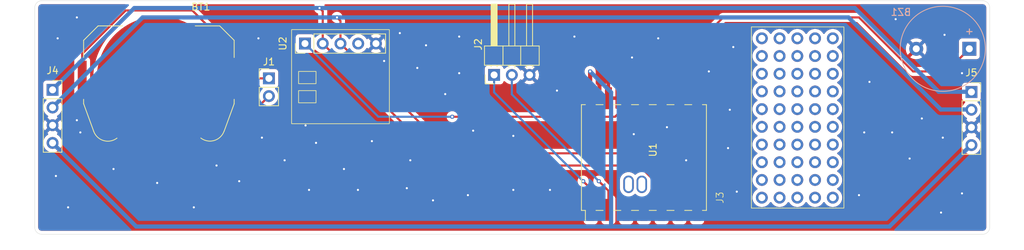
<source format=kicad_pcb>
(kicad_pcb (version 20241229) (generator "pcbnew") (generator_version "9.0")
  (layers (0 "F.Cu" signal) (2 "B.Cu" signal) (13 "F.Paste" user) (15 "B.Paste" user) (5 "F.SilkS" user "F.Silkscreen") (7 "B.SilkS" user "B.Silkscreen") (1 "F.Mask" user) (3 "B.Mask" user) (25 "Edge.Cuts" user))
  (net 0 "")
  (net 1 "unconnected-(BT1-+-Pad1)")
  (net 2 "unconnected-(BT1---Pad2)")
  (net 3 "Net-(BZ1-+)")
  (net 4 "GND")
  (net 5 "Net-(J2-Pin_2)")
  (net 6 "Net-(J2-Pin_1)")
  (net 13 "Net-(U1-VCC_3V3)")
  (net 18 "Net-(J4-Pin_2)")
  (net 19 "VUSB")
  (net 20 "Net-(J4-Pin_1)")
  (footprint "xiao_esp32c3:xiao_esp32c3" (layer "F.Cu") (at 169 112.2725 90)
    (property "Reference" "U1" (at 0 -0.5 90) (layer "F.SilkS"))
    (property "Value" "XIAO ESP32C3")
    (fp_line (start 6.5 -10.75) (end 6.5 -10.18) (stroke (width 0.12)) (layer "F.SilkS"))
    (fp_line (start -8.675 -10.75) (end 6.5 -10.75) (stroke (width 0.12)) (layer "F.SilkS"))
    (fp_line (start -8.675 -10.75) (end -8.675 -10.18) (stroke (width 0.12)) (layer "F.SilkS"))
    (fp_line (start -10.115 -10.18) (end -8.675 -10.18) (stroke (width 0.12)) (layer "F.SilkS"))
    (fp_line (start 6.5 -8.66) (end 6.5 -7.64) (stroke (width 0.12)) (layer "F.SilkS"))
    (fp_line (start -8.675 -8.66) (end -8.675 -7.64) (stroke (width 0.12)) (layer "F.SilkS"))
    (fp_line (start 6.5 -6.12) (end 6.5 -5.1) (stroke (width 0.12)) (layer "F.SilkS"))
    (fp_line (start -8.675 -6.12) (end -8.675 -5.1) (stroke (width 0.12)) (layer "F.SilkS"))
    (fp_line (start 6.5 -3.58) (end 6.5 -2.56) (stroke (width 0.12)) (layer "F.SilkS"))
    (fp_line (start -8.675 -3.58) (end -8.675 -2.56) (stroke (width 0.12)) (layer "F.SilkS"))
    (fp_line (start 6.5 -1.04) (end 6.5 -0.02) (stroke (width 0.12)) (layer "F.SilkS"))
    (fp_line (start -8.675 -1.04) (end -8.675 -0.02) (stroke (width 0.12)) (layer "F.SilkS"))
    (fp_line (start 6.5 1.5) (end 6.5 2.52) (stroke (width 0.12)) (layer "F.SilkS"))
    (fp_line (start -8.675 1.5) (end -8.675 2.52) (stroke (width 0.12)) (layer "F.SilkS"))
    (fp_line (start 6.5 4.04) (end 6.5 5.06) (stroke (width 0.12)) (layer "F.SilkS"))
    (fp_line (start -8.675 4.04) (end -8.675 5.06) (stroke (width 0.12)) (layer "F.SilkS"))
    (fp_line (start 6.5 6.58) (end 6.5 7.15) (stroke (width 0.12)) (layer "F.SilkS"))
    (fp_line (start -8.675 6.58) (end -8.675 7.15) (stroke (width 0.12)) (layer "F.SilkS"))
    (fp_line (start -8.675 7.15) (end 6.5 7.15) (stroke (width 0.12)) (layer "F.SilkS"))
    (pad "1" smd rect (at -8.6 -9.42 90) (size 3.15 1) (layers "F.Cu" "F.Mask" "F.Paste") (net 6 "Net-(J2-Pin_1)"))
    (pad "2" smd rect (at -8.6 -6.88 90) (size 3.15 1) (layers "F.Cu" "F.Mask" "F.Paste") (net 5 "Net-(J2-Pin_2)"))
    (pad "3" smd rect (at -8.6 -4.34 90) (size 3.15 1) (layers "F.Cu" "F.Mask" "F.Paste"))
    (pad "4" smd rect (at -8.6 -1.8 90) (size 3.15 1) (layers "F.Cu" "F.Mask" "F.Paste"))
    (pad "5" smd rect (at -8.6 0.74 90) (size 3.15 1) (layers "F.Cu" "F.Mask" "F.Paste") (net 20 "Net-(J4-Pin_1)"))
    (pad "6" smd rect (at -8.6 3.28 90) (size 3.15 1) (layers "F.Cu" "F.Mask" "F.Paste") (net 18 "Net-(J4-Pin_2)"))
    (pad "7" smd rect (at -8.6 5.82 90) (size 3.15 1) (layers "F.Cu" "F.Mask" "F.Paste"))
    (pad "8" smd rect (at 7.425 5.82 90) (size 3.15 1) (layers "F.Cu" "F.Mask" "F.Paste"))
    (pad "9" smd rect (at 7.425 3.28 90) (size 3.15 1) (layers "F.Cu" "F.Mask" "F.Paste"))
    (pad "10" smd rect (at 7.425 0.74 90) (size 3.15 1) (layers "F.Cu" "F.Mask" "F.Paste"))
    (pad "11" smd rect (at 7.425 -1.8 90) (size 3.15 1) (layers "F.Cu" "F.Mask" "F.Paste") (net 3 "Net-(BZ1-+)"))
    (pad "12" smd rect (at 7.425 -4.34 90) (size 3.15 1) (layers "F.Cu" "F.Mask" "F.Paste") (net 13 "Net-(U1-VCC_3V3)"))
    (pad "13" smd rect (at 7.425 -6.88 90) (size 3.15 1) (layers "F.Cu" "F.Mask" "F.Paste") (net 4 "GND"))
    (pad "14" smd rect (at 7.425 -9.42 90) (size 3.15 1) (layers "F.Cu" "F.Mask" "F.Paste") (net 19 "VUSB"))
    (pad "B+" thru_hole oval (at -4.94 -2.1 90) (size 2.5 1.5) (drill oval 2 1) (layers "*.Cu" "*.Mask"))
    (pad "B-" thru_hole oval (at -4.929 -4 90) (size 2.5 1.5) (drill oval 2 1) (layers "*.Cu" "*.Mask"))
  )
  (footprint "Connector_PinHeader_2.54mm:PinHeader_1x05_P2.54mm_Vertical" (layer "F.Cu") (at 118.67 97.01 90)
    (property "Reference" "U2" (at 0 -3.17 90) (layer "F.SilkS"))
    (property "Value" "~")
    (fp_line (start -1.38 -1.38) (end 0 -1.38) (stroke (width 0.12)) (layer "F.SilkS"))
    (fp_line (start -1.38 0) (end -1.38 -1.38) (stroke (width 0.12)) (layer "F.SilkS"))
    (fp_line (start 1.38 1.27) (end 1.38 11.54) (stroke (width 0.12)) (layer "F.SilkS"))
    (fp_line (start -1.38 1.27) (end 1.38 1.27) (stroke (width 0.12)) (layer "F.SilkS"))
    (fp_line (start -1.38 1.27) (end -1.38 11.54) (stroke (width 0.12)) (layer "F.SilkS"))
    (fp_line (start -1.38 11.54) (end 1.38 11.54) (stroke (width 0.12)) (layer "F.SilkS"))
    (pad "1" thru_hole rect (at 0 0 90) (size 1.7 1.7) (drill 1) (layers "*.Cu" "*.Mask") (net 13 "Net-(U1-VCC_3V3)"))
    (pad "2" thru_hole circle (at 0 2.54 90) (size 1.7 1.7) (drill 1) (layers "*.Cu" "*.Mask") (net 20 "Net-(J4-Pin_1)"))
    (pad "3" thru_hole circle (at 0 5.08 90) (size 1.7 1.7) (drill 1) (layers "*.Cu" "*.Mask") (net 18 "Net-(J4-Pin_2)"))
    (pad "4" thru_hole circle (at 0 7.62 90) (size 1.7 1.7) (drill 1) (layers "*.Cu" "*.Mask"))
    (pad "5" thru_hole circle (at 0 10.16 90) (size 1.7 1.7) (drill 1) (layers "*.Cu" "*.Mask") (net 4 "GND"))
  )
  (footprint "Connector_PinSocket_2.54mm:PinSocket_1x04_P2.54mm_Vertical" (layer "F.Cu") (at 214.1 103.96)
    (property "Reference" "J5" (at 0 -2.77 0) (layer "F.SilkS"))
    (property "Value" "Conn_01x04_Socket")
    (fp_line (start -1.33 1.27) (end -1.33 8.95) (stroke (width 0.12)) (layer "F.SilkS"))
    (fp_line (start -1.33 1.27) (end 1.33 1.27) (stroke (width 0.12)) (layer "F.SilkS"))
    (fp_line (start -1.33 8.95) (end 1.33 8.95) (stroke (width 0.12)) (layer "F.SilkS"))
    (fp_line (start 0 -1.33) (end 1.33 -1.33) (stroke (width 0.12)) (layer "F.SilkS"))
    (fp_line (start 1.33 -1.33) (end 1.33 0) (stroke (width 0.12)) (layer "F.SilkS"))
    (fp_line (start 1.33 1.27) (end 1.33 8.95) (stroke (width 0.12)) (layer "F.SilkS"))
    (pad "1" thru_hole rect (at 0 0) (size 1.7 1.7) (drill 1) (layers "*.Cu" "*.Mask") (net 20 "Net-(J4-Pin_1)"))
    (pad "2" thru_hole circle (at 0 2.54) (size 1.7 1.7) (drill 1) (layers "*.Cu" "*.Mask") (net 18 "Net-(J4-Pin_2)"))
    (pad "3" thru_hole circle (at 0 5.08) (size 1.7 1.7) (drill 1) (layers "*.Cu" "*.Mask") (net 4 "GND"))
    (pad "4" thru_hole circle (at 0 7.62) (size 1.7 1.7) (drill 1) (layers "*.Cu" "*.Mask") (net 19 "VUSB"))
  )
  (footprint "custom:PinMatrix05x10P2.54" (layer "F.Cu") (at 184.09 119.12 90)
    (property "Reference" "J3" (at 0 -6 90) (layer "F.SilkS") (effects (font (thickness 0.1))))
    (property "Value" "Conn_01x01_Socket")
    (fp_rect (start -1.5 -1.5) (end 24.5 11.75) (stroke (width 0.1)) (fill no) (layer "F.SilkS"))
    (pad "1" thru_hole circle (at 0 0 90) (size 1.7 1.7) (drill 1) (layers "*.Cu" "*.Mask"))
    (pad "2" thru_hole circle (at 2.54 0 90) (size 1.7 1.7) (drill 1) (layers "*.Cu" "*.Mask"))
    (pad "3" thru_hole circle (at 5.08 0 90) (size 1.7 1.7) (drill 1) (layers "*.Cu" "*.Mask"))
    (pad "4" thru_hole circle (at 7.62 0 90) (size 1.7 1.7) (drill 1) (layers "*.Cu" "*.Mask"))
    (pad "5" thru_hole circle (at 10.16 0 90) (size 1.7 1.7) (drill 1) (layers "*.Cu" "*.Mask"))
    (pad "6" thru_hole circle (at 12.7 0 90) (size 1.7 1.7) (drill 1) (layers "*.Cu" "*.Mask"))
    (pad "7" thru_hole circle (at 15.24 0 90) (size 1.7 1.7) (drill 1) (layers "*.Cu" "*.Mask"))
    (pad "8" thru_hole circle (at 17.78 0 90) (size 1.7 1.7) (drill 1) (layers "*.Cu" "*.Mask"))
    (pad "9" thru_hole circle (at 20.32 0 90) (size 1.7 1.7) (drill 1) (layers "*.Cu" "*.Mask"))
    (pad "10" thru_hole circle (at 22.86 0 90) (size 1.7 1.7) (drill 1) (layers "*.Cu" "*.Mask"))
    (pad "11" thru_hole circle (at 0 2.54 90) (size 1.7 1.7) (drill 1) (layers "*.Cu" "*.Mask"))
    (pad "12" thru_hole circle (at 2.54 2.54 90) (size 1.7 1.7) (drill 1) (layers "*.Cu" "*.Mask"))
    (pad "13" thru_hole circle (at 5.08 2.54 90) (size 1.7 1.7) (drill 1) (layers "*.Cu" "*.Mask"))
    (pad "14" thru_hole circle (at 7.62 2.54 90) (size 1.7 1.7) (drill 1) (layers "*.Cu" "*.Mask"))
    (pad "15" thru_hole circle (at 10.16 2.54 90) (size 1.7 1.7) (drill 1) (layers "*.Cu" "*.Mask"))
    (pad "16" thru_hole circle (at 12.7 2.54 90) (size 1.7 1.7) (drill 1) (layers "*.Cu" "*.Mask"))
    (pad "17" thru_hole circle (at 15.24 2.54 90) (size 1.7 1.7) (drill 1) (layers "*.Cu" "*.Mask"))
    (pad "18" thru_hole circle (at 17.78 2.54 90) (size 1.7 1.7) (drill 1) (layers "*.Cu" "*.Mask"))
    (pad "19" thru_hole circle (at 20.32 2.54 90) (size 1.7 1.7) (drill 1) (layers "*.Cu" "*.Mask"))
    (pad "20" thru_hole circle (at 22.86 2.54 90) (size 1.7 1.7) (drill 1) (layers "*.Cu" "*.Mask"))
    (pad "21" thru_hole circle (at 0 5.08 90) (size 1.7 1.7) (drill 1) (layers "*.Cu" "*.Mask"))
    (pad "22" thru_hole circle (at 2.54 5.08 90) (size 1.7 1.7) (drill 1) (layers "*.Cu" "*.Mask"))
    (pad "23" thru_hole circle (at 5.08 5.08 90) (size 1.7 1.7) (drill 1) (layers "*.Cu" "*.Mask"))
    (pad "24" thru_hole circle (at 7.62 5.08 90) (size 1.7 1.7) (drill 1) (layers "*.Cu" "*.Mask"))
    (pad "25" thru_hole circle (at 10.16 5.08 90) (size 1.7 1.7) (drill 1) (layers "*.Cu" "*.Mask"))
    (pad "26" thru_hole circle (at 12.7 5.08 90) (size 1.7 1.7) (drill 1) (layers "*.Cu" "*.Mask"))
    (pad "27" thru_hole circle (at 15.24 5.08 90) (size 1.7 1.7) (drill 1) (layers "*.Cu" "*.Mask"))
    (pad "28" thru_hole circle (at 17.78 5.08 90) (size 1.7 1.7) (drill 1) (layers "*.Cu" "*.Mask"))
    (pad "29" thru_hole circle (at 20.32 5.08 90) (size 1.7 1.7) (drill 1) (layers "*.Cu" "*.Mask"))
    (pad "30" thru_hole circle (at 22.86 5.08 90) (size 1.7 1.7) (drill 1) (layers "*.Cu" "*.Mask"))
    (pad "31" thru_hole circle (at 0 7.62 90) (size 1.7 1.7) (drill 1) (layers "*.Cu" "*.Mask"))
    (pad "32" thru_hole circle (at 2.54 7.62 90) (size 1.7 1.7) (drill 1) (layers "*.Cu" "*.Mask"))
    (pad "33" thru_hole circle (at 5.08 7.62 90) (size 1.7 1.7) (drill 1) (layers "*.Cu" "*.Mask"))
    (pad "34" thru_hole circle (at 7.62 7.62 90) (size 1.7 1.7) (drill 1) (layers "*.Cu" "*.Mask"))
    (pad "35" thru_hole circle (at 10.16 7.62 90) (size 1.7 1.7) (drill 1) (layers "*.Cu" "*.Mask"))
    (pad "36" thru_hole circle (at 12.7 7.62 90) (size 1.7 1.7) (drill 1) (layers "*.Cu" "*.Mask"))
    (pad "37" thru_hole circle (at 15.24 7.62 90) (size 1.7 1.7) (drill 1) (layers "*.Cu" "*.Mask"))
    (pad "38" thru_hole circle (at 17.78 7.62 90) (size 1.7 1.7) (drill 1) (layers "*.Cu" "*.Mask"))
    (pad "39" thru_hole circle (at 20.32 7.62 90) (size 1.7 1.7) (drill 1) (layers "*.Cu" "*.Mask"))
    (pad "40" thru_hole circle (at 22.86 7.62 90) (size 1.7 1.7) (drill 1) (layers "*.Cu" "*.Mask"))
    (pad "41" thru_hole circle (at 0 10.16 90) (size 1.7 1.7) (drill 1) (layers "*.Cu" "*.Mask"))
    (pad "42" thru_hole circle (at 2.54 10.16 90) (size 1.7 1.7) (drill 1) (layers "*.Cu" "*.Mask"))
    (pad "43" thru_hole circle (at 5.08 10.16 90) (size 1.7 1.7) (drill 1) (layers "*.Cu" "*.Mask"))
    (pad "44" thru_hole circle (at 7.62 10.16 90) (size 1.7 1.7) (drill 1) (layers "*.Cu" "*.Mask"))
    (pad "45" thru_hole circle (at 10.16 10.16 90) (size 1.7 1.7) (drill 1) (layers "*.Cu" "*.Mask"))
    (pad "46" thru_hole circle (at 12.7 10.16 90) (size 1.7 1.7) (drill 1) (layers "*.Cu" "*.Mask"))
    (pad "47" thru_hole circle (at 15.24 10.16 90) (size 1.7 1.7) (drill 1) (layers "*.Cu" "*.Mask"))
    (pad "48" thru_hole circle (at 17.78 10.16 90) (size 1.7 1.7) (drill 1) (layers "*.Cu" "*.Mask"))
    (pad "49" thru_hole circle (at 20.32 10.16 90) (size 1.7 1.7) (drill 1) (layers "*.Cu" "*.Mask"))
    (pad "50" thru_hole circle (at 22.86 10.16 90) (size 1.7 1.7) (drill 1) (layers "*.Cu" "*.Mask"))
  )
  (footprint "Connector_PinSocket_2.54mm:PinSocket_1x04_P2.54mm_Vertical" (layer "F.Cu") (at 82.525 103.65)
    (property "Reference" "J4" (at 0 -2.77 0) (layer "F.SilkS"))
    (property "Value" "Conn_01x04_Socket")
    (fp_line (start -1.33 1.27) (end -1.33 8.95) (stroke (width 0.12)) (layer "F.SilkS"))
    (fp_line (start -1.33 1.27) (end 1.33 1.27) (stroke (width 0.12)) (layer "F.SilkS"))
    (fp_line (start -1.33 8.95) (end 1.33 8.95) (stroke (width 0.12)) (layer "F.SilkS"))
    (fp_line (start 0 -1.33) (end 1.33 -1.33) (stroke (width 0.12)) (layer "F.SilkS"))
    (fp_line (start 1.33 -1.33) (end 1.33 0) (stroke (width 0.12)) (layer "F.SilkS"))
    (fp_line (start 1.33 1.27) (end 1.33 8.95) (stroke (width 0.12)) (layer "F.SilkS"))
    (pad "1" thru_hole rect (at 0 0) (size 1.7 1.7) (drill 1) (layers "*.Cu" "*.Mask") (net 20 "Net-(J4-Pin_1)"))
    (pad "2" thru_hole circle (at 0 2.54) (size 1.7 1.7) (drill 1) (layers "*.Cu" "*.Mask") (net 18 "Net-(J4-Pin_2)"))
    (pad "3" thru_hole circle (at 0 5.08) (size 1.7 1.7) (drill 1) (layers "*.Cu" "*.Mask") (net 4 "GND"))
    (pad "4" thru_hole circle (at 0 7.62) (size 1.7 1.7) (drill 1) (layers "*.Cu" "*.Mask") (net 19 "VUSB"))
  )
  (footprint "Connector_PinHeader_2.54mm:PinHeader_1x02_P2.54mm_Vertical" (layer "F.Cu") (at 113.5 102.01)
    (property "Reference" "J1" (at 0 -2.38 0) (layer "F.SilkS"))
    (property "Value" "Conn_01x02_Socket")
    (fp_line (start -1.38 -1.38) (end 0 -1.38) (stroke (width 0.12)) (layer "F.SilkS"))
    (fp_line (start -1.38 0) (end -1.38 -1.38) (stroke (width 0.12)) (layer "F.SilkS"))
    (fp_line (start -1.38 1.27) (end -1.38 3.92) (stroke (width 0.12)) (layer "F.SilkS"))
    (fp_line (start -1.38 1.27) (end 1.38 1.27) (stroke (width 0.12)) (layer "F.SilkS"))
    (fp_line (start -1.38 3.92) (end 1.38 3.92) (stroke (width 0.12)) (layer "F.SilkS"))
    (fp_line (start 1.38 1.27) (end 1.38 3.92) (stroke (width 0.12)) (layer "F.SilkS"))
    (pad "1" thru_hole rect (at 0 0) (size 1.7 1.7) (drill 1) (layers "*.Cu" "*.Mask") (net 1 "unconnected-(BT1-+-Pad1)"))
    (pad "2" thru_hole circle (at 0 2.54) (size 1.7 1.7) (drill 1) (layers "*.Cu" "*.Mask") (net 2 "unconnected-(BT1---Pad2)"))
  )
  (footprint "Battery:BatteryHolder_Keystone_3034_1x20mm" (layer "F.Cu") (at 97.75 102.01)
    (property "Reference" "BT1" (at 6 -10.25 0) (layer "F.SilkS"))
    (property "Value" "Battery_Cell")
    (fp_line (start -10.78 -5.46) (end -10.78 -3) (stroke (width 0.12)) (layer "F.SilkS"))
    (fp_line (start -10.78 3) (end -10.78 3.63) (stroke (width 0.12)) (layer "F.SilkS"))
    (fp_line (start -10.78 3.63) (end -9.34 7.58) (stroke (width 0.12)) (layer "F.SilkS"))
    (fp_line (start -8.7 -7.54) (end -10.78 -5.46) (stroke (width 0.12)) (layer "F.SilkS"))
    (fp_line (start -5.2 -7.54) (end -8.7 -7.54) (stroke (width 0.12)) (layer "F.SilkS"))
    (fp_line (start 8.7 -7.54) (end 5.2 -7.54) (stroke (width 0.12)) (layer "F.SilkS"))
    (fp_line (start 8.7 -7.54) (end 10.78 -5.46) (stroke (width 0.12)) (layer "F.SilkS"))
    (fp_line (start 10.78 -5.46) (end 10.78 -3) (stroke (width 0.12)) (layer "F.SilkS"))
    (fp_line (start 10.78 3) (end 10.78 3.63) (stroke (width 0.12)) (layer "F.SilkS"))
    (fp_line (start 10.78 3.63) (end 9.34 7.58) (stroke (width 0.12)) (layer "F.SilkS"))
    (fp_arc (start -6.003354 8.56653) (mid -7.921654 8.918738) (end -9.34 7.58) (stroke (width 0.12)) (layer "F.SilkS"))
    (fp_arc (start 9.325243 7.588169) (mid 7.90634 8.911668) (end 6 8.55) (stroke (width 0.12)) (layer "F.SilkS"))
    (pad "1" smd rect (at -10.985 0) (size 1.27 5.08) (layers "F.Cu" "F.Mask" "F.Paste") (net 1 "unconnected-(BT1-+-Pad1)"))
    (pad "1" smd rect (at 10.985 0) (size 1.27 5.08) (layers "F.Cu" "F.Mask" "F.Paste") (net 1 "unconnected-(BT1-+-Pad1)"))
    (pad "2" smd circle (at 0 0) (size 17.8 17.8) (layers "F.Cu" "F.Mask") (net 2 "unconnected-(BT1---Pad2)"))
  )
  (footprint "Connector_PinHeader_2.54mm:PinHeader_1x03_P2.54mm_Horizontal" (layer "F.Cu") (at 145.75 101.51 90)
    (property "Reference" "J2" (at 4.385 -2.27 90) (layer "F.SilkS"))
    (property "Value" "Conn_01x03_Pin")
    (fp_line (start 4.15 -1.38) (end 1.39 -1.38) (stroke (width 0.12)) (layer "F.SilkS"))
    (fp_line (start 1.39 -1.38) (end 1.39 6.46) (stroke (width 0.12)) (layer "F.SilkS"))
    (fp_line (start -1.27 -1.27) (end 0 -1.27) (stroke (width 0.12)) (layer "F.SilkS"))
    (fp_line (start 1.16 -0.43) (end 1.39 -0.43) (stroke (width 0.12)) (layer "F.SilkS"))
    (fp_line (start -1.27 0) (end -1.27 -1.27) (stroke (width 0.12)) (layer "F.SilkS"))
    (fp_line (start 1.16 0.43) (end 1.39 0.43) (stroke (width 0.12)) (layer "F.SilkS"))
    (fp_line (start 1.39 1.27) (end 4.15 1.27) (stroke (width 0.12)) (layer "F.SilkS"))
    (fp_line (start 10.15 2.11) (end 10.15 2.97) (stroke (width 0.12)) (layer "F.SilkS"))
    (fp_line (start 4.15 2.11) (end 10.15 2.11) (stroke (width 0.12)) (layer "F.SilkS"))
    (fp_line (start 1.077358 2.11) (end 1.39 2.11) (stroke (width 0.12)) (layer "F.SilkS"))
    (fp_line (start 10.15 2.97) (end 4.15 2.97) (stroke (width 0.12)) (layer "F.SilkS"))
    (fp_line (start 1.077358 2.97) (end 1.39 2.97) (stroke (width 0.12)) (layer "F.SilkS"))
    (fp_line (start 1.39 3.81) (end 4.15 3.81) (stroke (width 0.12)) (layer "F.SilkS"))
    (fp_line (start 10.15 4.65) (end 10.15 5.51) (stroke (width 0.12)) (layer "F.SilkS"))
    (fp_line (start 4.15 4.65) (end 10.15 4.65) (stroke (width 0.12)) (layer "F.SilkS"))
    (fp_line (start 1.077358 4.65) (end 1.39 4.65) (stroke (width 0.12)) (layer "F.SilkS"))
    (fp_line (start 10.15 5.51) (end 4.15 5.51) (stroke (width 0.12)) (layer "F.SilkS"))
    (fp_line (start 1.077358 5.51) (end 1.39 5.51) (stroke (width 0.12)) (layer "F.SilkS"))
    (fp_line (start 4.15 6.46) (end 4.15 -1.38) (stroke (width 0.12)) (layer "F.SilkS"))
    (fp_line (start 1.39 6.46) (end 4.15 6.46) (stroke (width 0.12)) (layer "F.SilkS"))
    (fp_rect (start 4.15 -0.43) (end 10.15 0.43) (stroke (width 0.12)) (fill yes) (layer "F.SilkS"))
    (pad "1" thru_hole rect (at 0 0 90) (size 1.7 1.7) (drill 1) (layers "*.Cu" "*.Mask") (net 6 "Net-(J2-Pin_1)"))
    (pad "2" thru_hole circle (at 0 2.54 90) (size 1.7 1.7) (drill 1) (layers "*.Cu" "*.Mask") (net 5 "Net-(J2-Pin_2)"))
    (pad "3" thru_hole circle (at 0 5.08 90) (size 1.7 1.7) (drill 1) (layers "*.Cu" "*.Mask") (net 4 "GND"))
  )
  (footprint "Buzzer_Beeper:Buzzer_12x9.5RM7.6" (layer "B.Cu") (at 213.8 97.76 180)
    (property "Reference" "BZ1" (at 9.8 5.25 0) (layer "B.SilkS") (effects (justify mirror)))
    (property "Value" "Buzzer")
    (fp_circle (center 3.8 0) (end 9.9 0) (stroke (width 0.12)) (fill no) (layer "B.SilkS"))
    (fp_text user "+" (at -0.01 2.54 0) (layer "B.SilkS") (effects (justify mirror)))
    (pad "1" thru_hole rect (at 0 0 180) (size 2 2) (drill 1) (layers "*.Cu" "*.Mask") (net 3 "Net-(BZ1-+)"))
    (pad "2" thru_hole circle (at 7.6 0 180) (size 2 2) (drill 1) (layers "*.Cu" "*.Mask") (net 4 "GND"))
  )
  (gr_rect (start 116.75 95.01) (end 130.75 108.51) (stroke (width 0.1)) (fill no) (layer "F.SilkS"))
  (gr_rect (start 117.75 101.01) (end 120.25 102.76) (stroke (width 0.1)) (fill no) (layer "F.SilkS"))
  (gr_rect (start 117.75 103.76) (end 120.25 105.51) (stroke (width 0.1)) (fill no) (layer "F.SilkS"))
  (gr_line (start 80.97 90.87) (end 215.72 90.87) (stroke (width 0.05)) (layer "Edge.Cuts"))
  (gr_line (start 215.72 124.37) (end 80.97 124.37) (stroke (width 0.05)) (layer "Edge.Cuts"))
  (gr_line (start 79.97 123.37) (end 79.97 91.87) (stroke (width 0.05)) (layer "Edge.Cuts"))
  (gr_arc (start 215.72 90.87) (mid 216.427107 91.162893) (end 216.72 91.87) (stroke (width 0.05)) (layer "Edge.Cuts"))
  (gr_arc (start 80.97 124.37) (mid 80.262893 124.077107) (end 79.97 123.37) (stroke (width 0.05)) (layer "Edge.Cuts"))
  (gr_arc (start 216.72 123.37) (mid 216.427107 124.077107) (end 215.72 124.37) (stroke (width 0.05)) (layer "Edge.Cuts"))
  (gr_arc (start 79.97 91.87) (mid 80.262893 91.162893) (end 80.97 90.87) (stroke (width 0.05)) (layer "Edge.Cuts"))
  (gr_line (start 216.72 91.87) (end 216.72 123.37) (stroke (width 0.05)) (layer "Edge.Cuts"))
  (segment (start 86.765 98.495) (end 93 92.26) (width 0.3) (layer "F.Cu") (net 1))
  (segment (start 86.765 102.01) (end 86.765 98.495) (width 0.3) (layer "F.Cu") (net 1))
  (segment (start 108.735 98.4575) (end 108.735 102.01) (width 0.3) (layer "F.Cu") (net 1))
  (segment (start 108.735 102.01) (end 113.5 102.01) (width 0.3) (layer "F.Cu") (net 1))
  (segment (start 102.5375 92.26) (end 108.735 98.4575) (width 0.3) (layer "F.Cu") (net 1))
  (segment (start 93 92.26) (end 102.5375 92.26) (width 0.3) (layer "F.Cu") (net 1))
  (segment (start 103.25 107.51) (end 110.54 107.51) (width 0.3) (layer "F.Cu") (net 2))
  (segment (start 110.54 107.51) (end 113.5 104.55) (width 0.3) (layer "F.Cu") (net 2))
  (segment (start 97.75 102.01) (end 103.25 107.51) (width 0.3) (layer "F.Cu") (net 2))
  (segment (start 210.55 101.01) (end 213.8 97.76) (width 0.3) (layer "F.Cu") (net 3))
  (segment (start 205.75 101.01) (end 210.55 101.01) (width 0.3) (layer "F.Cu") (net 3))
  (segment (start 178.5505 93.26) (end 198 93.26) (width 0.3) (layer "F.Cu") (net 3))
  (segment (start 167.2 104.8475) (end 167.2 104.6105) (width 0.3) (layer "F.Cu") (net 3))
  (segment (start 198 93.26) (end 205.75 101.01) (width 0.3) (layer "F.Cu") (net 3))
  (segment (start 167.2 104.6105) (end 178.5505 93.26) (width 0.3) (layer "F.Cu") (net 3))
  (segment (start 162.12 104.8475) (end 162.12 103.63) (width 0.3) (layer "F.Cu") (net 4))
  (via (at 102.75 120.51) (size 0.6) (drill 0.3) (layers "F.Cu" "B.Cu") (net 4))
  (via (at 153.75 118.01) (size 0.6) (drill 0.3) (layers "F.Cu" "B.Cu") (net 4))
  (via (at 112 96.26) (size 0.6) (drill 0.3) (layers "F.Cu" "B.Cu") (net 4))
  (via (at 126.25 118.01) (size 0.6) (drill 0.3) (layers "F.Cu" "B.Cu") (net 4))
  (via (at 199.5 102.51) (size 0.6) (drill 0.3) (layers "F.Cu" "B.Cu") (net 4))
  (via (at 148.5 110.26) (size 0.6) (drill 0.3) (layers "F.Cu" "B.Cu") (net 4))
  (via (at 209.75 121.26) (size 0.6) (drill 0.3) (layers "F.Cu" "B.Cu") (net 4))
  (via (at 207 107.76) (size 0.6) (drill 0.3) (layers "F.Cu" "B.Cu") (net 4))
  (via (at 115.75 113.76) (size 0.6) (drill 0.3) (layers "F.Cu" "B.Cu") (net 4))
  (via (at 86 108.01) (size 0.6) (drill 0.3) (layers "F.Cu" "B.Cu") (net 4))
  (via (at 86 93.26) (size 0.6) (drill 0.3) (layers "F.Cu" "B.Cu") (net 4))
  (via (at 179.5 106.51) (size 0.6) (drill 0.3) (layers "F.Cu" "B.Cu") (net 4))
  (via (at 203.25 93.51) (size 0.6) (drill 0.3) (layers "F.Cu" "B.Cu") (net 4))
  (via (at 124.25 115.01) (size 0.6) (drill 0.3) (layers "F.Cu" "B.Cu") (net 4))
  (via (at 179.25 112.01) (size 0.6) (drill 0.3) (layers "F.Cu" "B.Cu") (net 4))
  (via (at 180.5 118.26) (size 0.6) (drill 0.3) (layers "F.Cu" "B.Cu") (net 4))
  (via (at 138.75 104.26) (size 0.6) (drill 0.3) (layers "F.Cu" "B.Cu") (net 4))
  (via (at 165.5 99.01) (size 0.6) (drill 0.3) (layers "F.Cu" "B.Cu") (net 4))
  (via (at 134.75 100.51) (size 0.6) (drill 0.3) (layers "F.Cu" "B.Cu") (net 4))
  (via (at 84.75 120.51) (size 0.6) (drill 0.3) (layers "F.Cu" "B.Cu") (net 4))
  (via (at 198.75 109.76) (size 0.6) (drill 0.3) (layers "F.Cu" "B.Cu") (net 4))
  (via (at 120.25 111.26) (size 0.6) (drill 0.3) (layers "F.Cu" "B.Cu") (net 4))
  (via (at 180 97.51) (size 0.6) (drill 0.3) (layers "F.Cu" "B.Cu") (net 4))
  (via (at 133.75 113.76) (size 0.6) (drill 0.3) (layers "F.Cu" "B.Cu") (net 4))
  (via (at 142.75 109.51) (size 0.6) (drill 0.3) (layers "F.Cu" "B.Cu") (net 4))
  (via (at 210.25 95.76) (size 0.6) (drill 0.3) (layers "F.Cu" "B.Cu") (net 4))
  (via (at 169.25 96.26) (size 0.6) (drill 0.3) (layers "F.Cu" "B.Cu") (net 4))
  (via (at 212.75 118.51) (size 0.6) (drill 0.3) (layers "F.Cu" "B.Cu") (net 4))
  (via (at 202.75 109.76) (size 0.6) (drill 0.3) (layers "F.Cu" "B.Cu") (net 4))
  (via (at 109.25 116.76) (size 0.6) (drill 0.3) (layers "F.Cu" "B.Cu") (net 4))
  (via (at 112.5 110.51) (size 0.6) (drill 0.3) (layers "F.Cu" "B.Cu") (net 4))
  (via (at 137 119.51) (size 0.6) (drill 0.3) (layers "F.Cu" "B.Cu") (net 4))
  (via (at 210 110.51) (size 0.6) (drill 0.3) (layers "F.Cu" "B.Cu") (net 4))
  (via (at 83.25 96.26) (size 0.6) (drill 0.3) (layers "F.Cu" "B.Cu") (net 4))
  (via (at 198 118.76) (size 0.6) (drill 0.3) (layers "F.Cu" "B.Cu") (net 4))
  (via (at 148.5 118.01) (size 0.6) (drill 0.3) (layers "F.Cu" "B.Cu") (net 4))
  (via (at 91.25 115.01) (size 0.6) (drill 0.3) (layers "F.Cu" "B.Cu") (net 4))
  (via (at 176.5 101.01) (size 0.6) (drill 0.3) (layers "F.Cu" "B.Cu") (net 4))
  (via (at 212.75 101.26) (size 0.6) (drill 0.3) (layers "F.Cu" "B.Cu") (net 4))
  (via (at 97.5 117.01) (size 0.6) (drill 0.3) (layers "F.Cu" "B.Cu") (net 4))
  (via (at 170.5 109.01) (size 0.6) (drill 0.3) (layers "F.Cu" "B.Cu") (net 4))
  (via (at 132.25 95.51) (size 0.6) (drill 0.3) (layers "F.Cu" "B.Cu") (net 4))
  (via (at 133.25 117.76) (size 0.6) (drill 0.3) (layers "F.Cu" "B.Cu") (net 4))
  (via (at 173.25 113.76) (size 0.6) (drill 0.3) (layers "F.Cu" "B.Cu") (net 4))
  (via (at 165.75 110.01) (size 0.6) (drill 0.3) (layers "F.Cu" "B.Cu") (net 4))
  (via (at 140.75 101.26) (size 0.6) (drill 0.3) (layers "F.Cu" "B.Cu") (net 4))
  (via (at 142 118.76) (size 0.6) (drill 0.3) (layers "F.Cu" "B.Cu") (net 4))
  (via (at 106 114.51) (size 0.6) (drill 0.3) (layers "F.Cu" "B.Cu") (net 4))
  (via (at 118.75 108.76) (size 0.6) (drill 0.3) (layers "F.Cu" "B.Cu") (net 4))
  (via (at 130 99.51) (size 0.6) (drill 0.3) (layers "F.Cu" "B.Cu") (net 4))
  (via (at 83 116.01) (size 0.6) (drill 0.3) (layers "F.Cu" "B.Cu") (net 4))
  (via (at 86.5 109.76) (size 0.6) (drill 0.3) (layers "F.Cu" "B.Cu") (net 4))
  (via (at 154.75 103.76) (size 0.6) (drill 0.3) (layers "F.Cu" "B.Cu") (net 4))
  (via (at 140.75 96.01) (size 0.6) (drill 0.3) (layers "F.Cu" "B.Cu") (net 4))
  (via (at 119.25 118.01) (size 0.6) (drill 0.3) (layers "F.Cu" "B.Cu") (net 4))
  (via (at 128.25 111.01) (size 0.6) (drill 0.3) (layers "F.Cu" "B.Cu") (net 4))
  (via (at 136 97.26) (size 0.6) (drill 0.3) (layers "F.Cu" "B.Cu") (net 4))
  (via (at 157.25 96.01) (size 0.6) (drill 0.3) (layers "F.Cu" "B.Cu") (net 4))
  (via (at 205.25 113.51) (size 0.6) (drill 0.3) (layers "F.Cu" "B.Cu") (net 4))
  (segment (start 162.12 118.13) (end 162.12 120.8725) (width 0.3) (layer "F.Cu") (net 5))
  (segment (start 160.75 116.76) (end 162.12 118.13) (width 0.3) (layer "F.Cu") (net 5))
  (segment (start 162.12 121.64) (end 162.12 120.8725) (width 0.3) (layer "F.Cu") (net 5))
  (via (at 160.75 116.76) (size 0.6) (drill 0.3) (layers "F.Cu" "B.Cu") (net 5))
  (segment (start 148.29 104.3) (end 160.75 116.76) (width 0.3) (layer "B.Cu") (net 5))
  (segment (start 148.29 101.51) (end 148.29 104.3) (width 0.3) (layer "B.Cu") (net 5))
  (segment (start 159.58 117.84) (end 159.58 120.8725) (width 0.3) (layer "F.Cu") (net 6))
  (segment (start 158.5 116.76) (end 159.58 117.84) (width 0.3) (layer "F.Cu") (net 6))
  (via (at 158.5 116.76) (size 0.6) (drill 0.3) (layers "F.Cu" "B.Cu") (net 6))
  (segment (start 145.75 101.51) (end 145.75 104.01) (width 0.3) (layer "B.Cu") (net 6))
  (segment (start 145.75 104.01) (end 158.5 116.76) (width 0.3) (layer "B.Cu") (net 6))
  (segment (start 163.0725 107.51) (end 164.66 105.9225) (width 0.3) (layer "F.Cu") (net 13))
  (segment (start 164.66 105.9225) (end 164.66 104.8475) (width 0.3) (layer "F.Cu") (net 13))
  (segment (start 139.75 107.51) (end 163.0725 107.51) (width 0.3) (layer "F.Cu") (net 13))
  (via (at 139.75 107.51) (size 0.6) (drill 0.3) (layers "F.Cu" "B.Cu") (net 13))
  (segment (start 129.17 107.51) (end 118.67 97.01) (width 0.3) (layer "B.Cu") (net 13))
  (segment (start 139.75 107.51) (end 129.17 107.51) (width 0.3) (layer "B.Cu") (net 13))
  (segment (start 172.28 120.8725) (end 172.28 118.29) (width 0.3) (layer "F.Cu") (net 18))
  (segment (start 166.75 112.76) (end 139.5 112.76) (width 0.3) (layer "F.Cu") (net 18))
  (segment (start 139.5 112.76) (end 123.75 97.01) (width 0.3) (layer "F.Cu") (net 18))
  (segment (start 123.75 97.01) (end 123.75 93.76) (width 0.3) (layer "F.Cu") (net 18))
  (segment (start 123.75 93.76) (end 123.25 93.26) (width 0.3) (layer "F.Cu") (net 18))
  (segment (start 172.28 118.29) (end 166.75 112.76) (width 0.3) (layer "F.Cu") (net 18))
  (via (at 123.25 93.26) (size 0.6) (drill 0.3) (layers "F.Cu" "B.Cu") (net 18))
  (segment (start 82.5 106.18) (end 95.42 93.26) (width 0.6) (layer "B.Cu") (net 18))
  (segment (start 95.42 93.26) (end 123.25 93.26) (width 0.6) (layer "B.Cu") (net 18))
  (segment (start 209.71 106.47) (end 214.07 106.47) (width 0.6) (layer "B.Cu") (net 18))
  (segment (start 123.25 93.26) (end 196.5 93.26) (width 0.6) (layer "B.Cu") (net 18))
  (segment (start 196.5 93.26) (end 209.71 106.47) (width 0.6) (layer "B.Cu") (net 18))
  (segment (start 159.5 101.01) (end 159.5 104.7675) (width 0.6) (layer "F.Cu") (net 19))
  (segment (start 159.5 104.7675) (end 159.58 104.8475) (width 0.6) (layer "F.Cu") (net 19))
  (via (at 159.5 101.01) (size 0.6) (drill 0.3) (layers "F.Cu" "B.Cu") (net 19))
  (segment (start 94.5 123.26) (end 162.5 123.26) (width 0.6) (layer "B.Cu") (net 19))
  (segment (start 162.5 123.26) (end 177.75 123.26) (width 0.6) (layer "B.Cu") (net 19))
  (segment (start 177.75 123.26) (end 202.36 123.26) (width 0.6) (layer "B.Cu") (net 19))
  (segment (start 162.5 104.01) (end 159.5 101.01) (width 0.6) (layer "B.Cu") (net 19))
  (segment (start 162.5 123.26) (end 162.5 104.01) (width 0.6) (layer "B.Cu") (net 19))
  (segment (start 82.5 111.26) (end 94.5 123.26) (width 0.6) (layer "B.Cu") (net 19))
  (segment (start 202.36 123.26) (end 214.07 111.55) (width 0.6) (layer "B.Cu") (net 19))
  (segment (start 121.21 92.369) (end 120.75 91.909) (width 0.3) (layer "F.Cu") (net 20))
  (segment (start 166.5 114.51) (end 138.71 114.51) (width 0.3) (layer "F.Cu") (net 20))
  (segment (start 169.74 120.8725) (end 169.74 117.75) (width 0.3) (layer "F.Cu") (net 20))
  (segment (start 138.71 114.51) (end 121.21 97.01) (width 0.3) (layer "F.Cu") (net 20))
  (segment (start 121.21 97.01) (end 121.21 92.369) (width 0.3) (layer "F.Cu") (net 20))
  (segment (start 169.74 117.75) (end 166.5 114.51) (width 0.3) (layer "F.Cu") (net 20))
  (via (at 120.75 91.909) (size 0.6) (drill 0.3) (layers "F.Cu" "B.Cu") (net 20))
  (segment (start 197.399 91.909) (end 209.42 103.93) (width 0.6) (layer "B.Cu") (net 20))
  (segment (start 82.5 103.64) (end 94.231 91.909) (width 0.6) (layer "B.Cu") (net 20))
  (segment (start 209.42 103.93) (end 214.07 103.93) (width 0.6) (layer "B.Cu") (net 20))
  (segment (start 94.231 91.909) (end 120.75 91.909) (width 0.6) (layer "B.Cu") (net 20))
  (segment (start 120.75 91.909) (end 197.399 91.909) (width 0.6) (layer "B.Cu") (net 20))
  (zone (net 4) (net_name "GND") (layers "F.Cu" "B.Cu") (connect_pads (clearance 0.5)) (min_thickness 0.25) (fill yes (thermal_gap 0.5) (thermal_bridge_width 0.5))
    (polygon (pts (xy 80 90.76) (xy 79.75 124.51) (xy 216.75 124.51) (xy 216.75 90.76)))
  )
)
</source>
